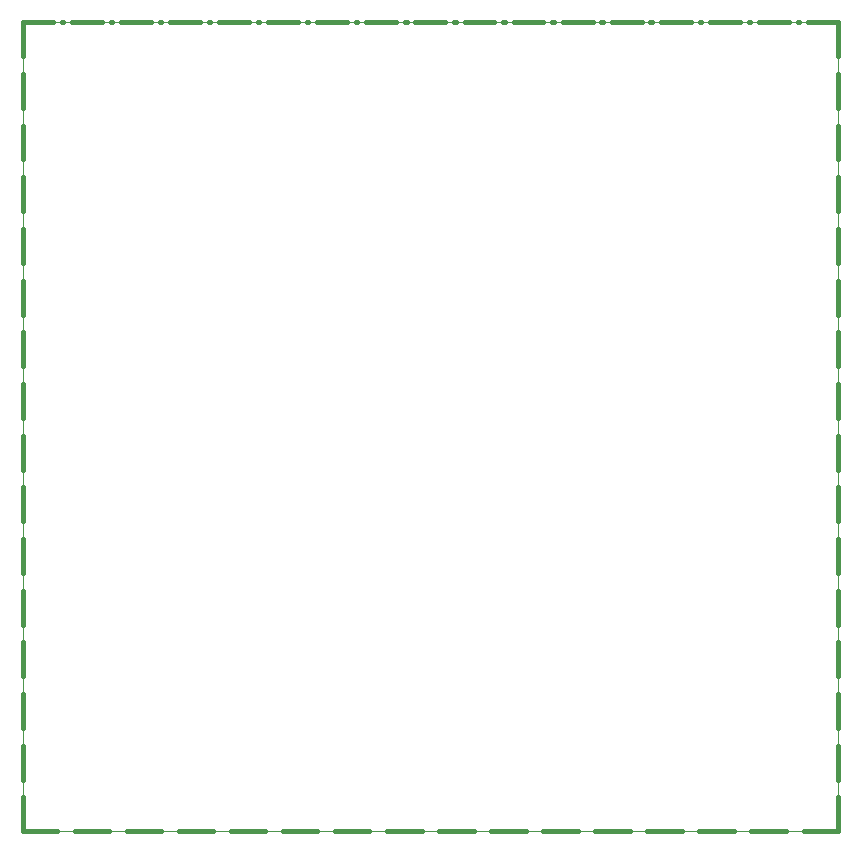
<source format=gto>
G04 EAGLE Gerber RS-274X export*
G75*
%MOMM*%
%FSLAX34Y34*%
%LPD*%
%INSilk Top*%
%IPPOS*%
%AMOC8*
5,1,8,0,0,1.08239X$1,22.5*%
G01*
%ADD10C,0.406400*%
%ADD11C,0.000000*%


D10*
X0Y0D02*
X0Y28750D01*
X0Y43750D02*
X0Y72500D01*
X0Y87500D02*
X0Y116250D01*
X0Y131250D02*
X0Y160000D01*
X0Y175000D02*
X0Y203750D01*
X0Y218750D02*
X0Y247500D01*
X0Y262500D02*
X0Y291250D01*
X0Y306250D02*
X0Y335000D01*
X0Y350000D02*
X0Y378750D01*
X0Y393750D02*
X0Y422500D01*
X0Y437500D02*
X0Y466250D01*
X0Y481250D02*
X0Y510000D01*
X0Y525000D02*
X0Y553750D01*
X0Y568750D02*
X0Y597500D01*
X0Y612500D02*
X0Y641250D01*
X0Y656250D02*
X0Y685000D01*
X660938Y0D02*
X690000Y0D01*
X645938Y0D02*
X616875Y0D01*
X601875Y0D02*
X572813Y0D01*
X557813Y0D02*
X528750Y0D01*
X513750Y0D02*
X484688Y0D01*
X469688Y0D02*
X440625Y0D01*
X425625Y0D02*
X396563Y0D01*
X381563Y0D02*
X352500Y0D01*
X337500Y0D02*
X308438Y0D01*
X293438Y0D02*
X264375Y0D01*
X249375Y0D02*
X220313Y0D01*
X205313Y0D02*
X176250Y0D01*
X161250Y0D02*
X132188Y0D01*
X117188Y0D02*
X88125Y0D01*
X73125Y0D02*
X44063Y0D01*
X29063Y0D02*
X0Y0D01*
X690000Y0D02*
X690000Y28750D01*
X690000Y43750D02*
X690000Y72500D01*
X690000Y87500D02*
X690000Y116250D01*
X690000Y131250D02*
X690000Y160000D01*
X690000Y175000D02*
X690000Y203750D01*
X690000Y218750D02*
X690000Y247500D01*
X690000Y262500D02*
X690000Y291250D01*
X690000Y306250D02*
X690000Y335000D01*
X690000Y350000D02*
X690000Y378750D01*
X690000Y393750D02*
X690000Y422500D01*
X690000Y437500D02*
X690000Y466250D01*
X690000Y481250D02*
X690000Y510000D01*
X690000Y525000D02*
X690000Y553750D01*
X690000Y568750D02*
X690000Y597500D01*
X690000Y612500D02*
X690000Y641250D01*
X690000Y656250D02*
X690000Y685000D01*
X25288Y685000D02*
X0Y685000D01*
X32807Y685000D02*
X34026Y685000D01*
X41544Y685000D02*
X66833Y685000D01*
X74351Y685000D02*
X75571Y685000D01*
X83089Y685000D02*
X108377Y685000D01*
X115896Y685000D02*
X117115Y685000D01*
X124633Y685000D02*
X149922Y685000D01*
X157440Y685000D02*
X158659Y685000D01*
X166178Y685000D02*
X191466Y685000D01*
X198985Y685000D02*
X200204Y685000D01*
X207722Y685000D02*
X233011Y685000D01*
X240529Y685000D02*
X241748Y685000D01*
X249267Y685000D02*
X274555Y685000D01*
X282074Y685000D02*
X283293Y685000D01*
X290811Y685000D02*
X316100Y685000D01*
X323618Y685000D02*
X324837Y685000D01*
X332356Y685000D02*
X357644Y685000D01*
X365163Y685000D02*
X366382Y685000D01*
X373900Y685000D02*
X399189Y685000D01*
X406707Y685000D02*
X407926Y685000D01*
X415445Y685000D02*
X440733Y685000D01*
X448252Y685000D02*
X449471Y685000D01*
X456989Y685000D02*
X482278Y685000D01*
X489796Y685000D02*
X491015Y685000D01*
X498534Y685000D02*
X523822Y685000D01*
X531341Y685000D02*
X532560Y685000D01*
X540078Y685000D02*
X565367Y685000D01*
X572885Y685000D02*
X574104Y685000D01*
X581623Y685000D02*
X606911Y685000D01*
X614429Y685000D02*
X615649Y685000D01*
X623167Y685000D02*
X648456Y685000D01*
X655974Y685000D02*
X657193Y685000D01*
X664712Y685000D02*
X690000Y685000D01*
D11*
X0Y685000D02*
X0Y0D01*
X0Y685000D02*
X690000Y685000D01*
X690000Y0D01*
X0Y0D01*
M02*

</source>
